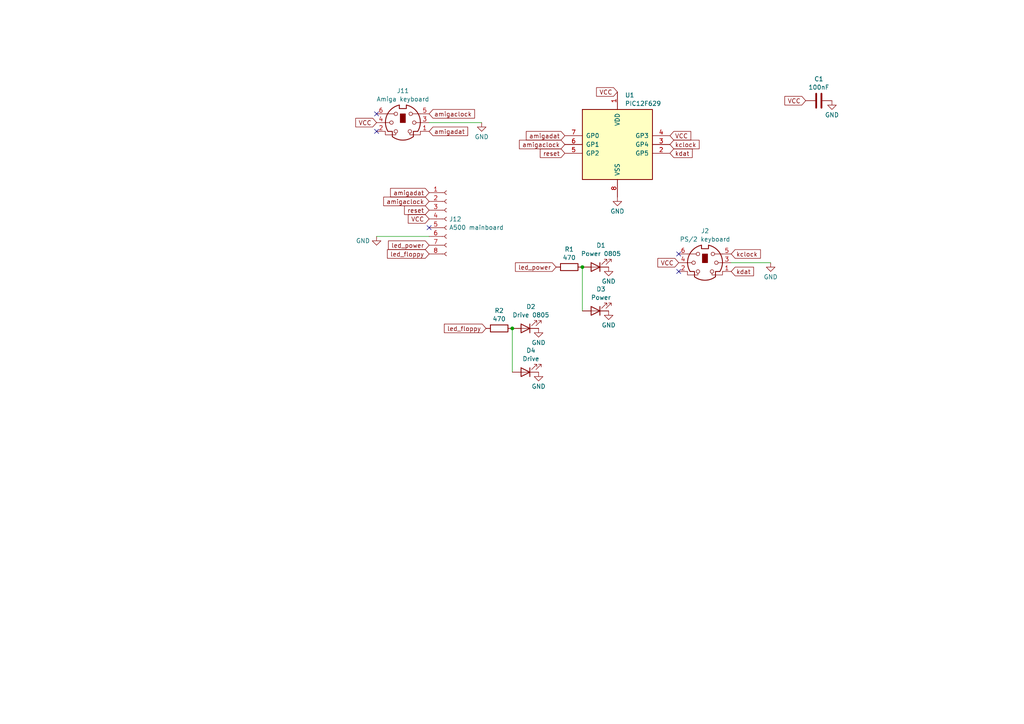
<source format=kicad_sch>
(kicad_sch (version 20230121) (generator eeschema)
  (paper "A4")
  (lib_symbols
    (symbol "Connector:Conn_01x08_Socket" (pin_names (offset 1.016) hide)
      (property "Reference" "J" (at 0 10.16 0))
      (property "Value" "Conn_01x08_Socket" (at 0 -12.7 0))
      (symbol "Conn_01x08_Socket_1_1"
        (arc (start 0 -9.652) (mid -0.5058 -10.16) (end 0 -10.668) (stroke (width 0.1524)))
        (arc (start 0 -7.112) (mid -0.5058 -7.62) (end 0 -8.128) (stroke (width 0.1524)))
        (arc (start 0 -4.572) (mid -0.5058 -5.08) (end 0 -5.588) (stroke (width 0.1524)))
        (arc (start 0 -2.032) (mid -0.5058 -2.54) (end 0 -3.048) (stroke (width 0.1524)))
        (polyline (pts (xy -1.27 -10.16) (xy -0.508 -10.16)) (stroke (width 0.1524)))
        (polyline (pts (xy -1.27 -7.62) (xy -0.508 -7.62)) (stroke (width 0.1524)))
        (polyline (pts (xy -1.27 -5.08) (xy -0.508 -5.08)) (stroke (width 0.1524)))
        (polyline (pts (xy -1.27 -2.54) (xy -0.508 -2.54)) (stroke (width 0.1524)))
        (polyline (pts (xy -1.27 0) (xy -0.508 0)) (stroke (width 0.1524)))
        (polyline (pts (xy -1.27 2.54) (xy -0.508 2.54)) (stroke (width 0.1524)))
        (polyline (pts (xy -1.27 5.08) (xy -0.508 5.08)) (stroke (width 0.1524)))
        (polyline (pts (xy -1.27 7.62) (xy -0.508 7.62)) (stroke (width 0.1524)))
        (arc (start 0 0.508) (mid -0.5058 0) (end 0 -0.508) (stroke (width 0.1524)))
        (arc (start 0 3.048) (mid -0.5058 2.54) (end 0 2.032) (stroke (width 0.1524)))
        (arc (start 0 5.588) (mid -0.5058 5.08) (end 0 4.572) (stroke (width 0.1524)))
        (arc (start 0 8.128) (mid -0.5058 7.62) (end 0 7.112) (stroke (width 0.1524)))
        (pin passive line (at -5.08 7.62 0) (length 3.81) (name "Pin_1") (number "1"))
        (pin passive line (at -5.08 5.08 0) (length 3.81) (name "Pin_2") (number "2"))
        (pin passive line (at -5.08 2.54 0) (length 3.81) (name "Pin_3") (number "3"))
        (pin passive line (at -5.08 0 0) (length 3.81) (name "Pin_4") (number "4"))
        (pin passive line (at -5.08 -2.54 0) (length 3.81) (name "Pin_5") (number "5"))
        (pin passive line (at -5.08 -5.08 0) (length 3.81) (name "Pin_6") (number "6"))
        (pin passive line (at -5.08 -7.62 0) (length 3.81) (name "Pin_7") (number "7"))
        (pin passive line (at -5.08 -10.16 0) (length 3.81) (name "Pin_8") (number "8"))
      )
    )
    (symbol "Connector:Mini-DIN-6" (pin_names (offset 1.016))
      (property "Reference" "J" (at 0 6.35 0))
      (property "Value" "Mini-DIN-6" (at 0 -6.35 0))
      (symbol "Mini-DIN-6_0_1"
        (circle (center -3.302 0) (radius 0.508))
        (arc (start -3.048 -4.064) (mid 0 -5.08) (end 3.048 -4.064) (stroke (width 0.254)))
        (circle (center -2.032 -2.54) (radius 0.508))
        (circle (center -2.032 2.54) (radius 0.508))
        (arc (start -1.016 5.08) (mid -4.6228 2.1214) (end -4.318 -2.54) (stroke (width 0.254)))
        (rectangle (start -0.762 2.54) (end 0.762 0) (fill (type outline)))
        (polyline (pts (xy -3.81 0) (xy -5.08 0)))
        (polyline (pts (xy -2.54 2.54) (xy -5.08 2.54)))
        (polyline (pts (xy 2.794 2.54) (xy 5.08 2.54)))
        (polyline (pts (xy 5.08 0) (xy 3.81 0)))
        (polyline (pts (xy -4.318 -2.54) (xy -3.048 -2.54) (xy -3.048 -4.064)) (stroke (width 0.254)))
        (polyline (pts (xy 4.318 -2.54) (xy 3.048 -2.54) (xy 3.048 -4.064)) (stroke (width 0.254)))
        (polyline (pts (xy -2.032 -3.048) (xy -2.032 -3.556) (xy -5.08 -3.556) (xy -5.08 -2.54)))
        (polyline (pts (xy -1.016 5.08) (xy -1.016 4.064) (xy 1.016 4.064) (xy 1.016 5.08)) (stroke (width 0.254)))
        (polyline (pts (xy 2.032 -3.048) (xy 2.032 -3.556) (xy 5.08 -3.556) (xy 5.08 -2.54)))
        (circle (center 2.032 -2.54) (radius 0.508))
        (circle (center 2.286 2.54) (radius 0.508))
        (circle (center 3.302 0) (radius 0.508))
        (arc (start 4.318 -2.54) (mid 4.6661 2.1322) (end 1.016 5.08) (stroke (width 0.254)))
      )
      (symbol "Mini-DIN-6_1_1"
        (pin passive line (at 7.62 -2.54 180) (length 2.54) (name "~") (number "1"))
        (pin passive line (at -7.62 -2.54 0) (length 2.54) (name "~") (number "2"))
        (pin passive line (at 7.62 0 180) (length 2.54) (name "~") (number "3"))
        (pin passive line (at -7.62 0 0) (length 2.54) (name "~") (number "4"))
        (pin passive line (at 7.62 2.54 180) (length 2.54) (name "~") (number "5"))
        (pin passive line (at -7.62 2.54 0) (length 2.54) (name "~") (number "6"))
      )
    )
    (symbol "Device:C" (pin_numbers hide) (pin_names (offset 0.254))
      (property "Reference" "C" (at 0.635 2.54 0))
      (property "Value" "C" (at 0.635 -2.54 0))
      (symbol "C_0_1"
        (polyline (pts (xy -2.032 -0.762) (xy 2.032 -0.762)) (stroke (width 0.508)))
        (polyline (pts (xy -2.032 0.762) (xy 2.032 0.762)) (stroke (width 0.508)))
      )
      (symbol "C_1_1"
        (pin passive line (at 0 3.81 270) (length 2.794) (name "~") (number "1"))
        (pin passive line (at 0 -3.81 90) (length 2.794) (name "~") (number "2"))
      )
    )
    (symbol "Device:LED" (pin_numbers hide) (pin_names (offset 1.016) hide)
      (property "Reference" "D" (at 0 2.54 0))
      (property "Value" "LED" (at 0 -2.54 0))
      (symbol "LED_0_1"
        (polyline (pts (xy -1.27 -1.27) (xy -1.27 1.27)) (stroke (width 0.254)))
        (polyline (pts (xy -1.27 0) (xy 1.27 0)))
        (polyline (pts (xy 1.27 -1.27) (xy 1.27 1.27) (xy -1.27 0) (xy 1.27 -1.27)) (stroke (width 0.254)))
        (polyline (pts (xy -3.048 -0.762) (xy -4.572 -2.286) (xy -3.81 -2.286) (xy -4.572 -2.286) (xy -4.572 -1.524)))
        (polyline (pts (xy -1.778 -0.762) (xy -3.302 -2.286) (xy -2.54 -2.286) (xy -3.302 -2.286) (xy -3.302 -1.524)))
      )
      (symbol "LED_1_1"
        (pin passive line (at -3.81 0 0) (length 2.54) (name "K") (number "1"))
        (pin passive line (at 3.81 0 180) (length 2.54) (name "A") (number "2"))
      )
    )
    (symbol "Device:R" (pin_numbers hide) (pin_names (offset 0))
      (property "Reference" "R" (at 2.032 0 90))
      (property "Value" "R" (at 0 0 90))
      (symbol "R_0_1"
        (rectangle (start -1.016 -2.54) (end 1.016 2.54) (stroke (width 0.254)))
      )
      (symbol "R_1_1"
        (pin passive line (at 0 3.81 270) (length 1.27) (name "~") (number "1"))
        (pin passive line (at 0 -3.81 90) (length 1.27) (name "~") (number "2"))
      )
    )
    (symbol "MCU_Microchip_PIC12:PIC12F629-IP" (pin_names (offset 1.016))
      (property "Reference" "U" (at 1.27 13.97 0))
      (property "Value" "PIC12F629-IP" (at 1.27 11.43 0))
      (symbol "PIC12F629-IP_0_1"
        (rectangle (start 10.16 -10.16) (end -10.16 10.16) (stroke (width 0.254)) (fill (type background)))
      )
      (symbol "PIC12F629-IP_1_1"
        (pin power_in line (at 0 15.24 270) (length 5.08) (name "VDD") (number "1"))
        (pin bidirectional line (at 15.24 -2.54 180) (length 5.08) (name "GP5") (number "2"))
        (pin bidirectional line (at 15.24 0 180) (length 5.08) (name "GP4") (number "3"))
        (pin input line (at 15.24 2.54 180) (length 5.08) (name "GP3") (number "4"))
        (pin bidirectional line (at -15.24 -2.54 0) (length 5.08) (name "GP2") (number "5"))
        (pin bidirectional line (at -15.24 0 0) (length 5.08) (name "GP1") (number "6"))
        (pin bidirectional line (at -15.24 2.54 0) (length 5.08) (name "GP0") (number "7"))
        (pin power_in line (at 0 -15.24 90) (length 5.08) (name "VSS") (number "8"))
      )
    )
    (symbol "power:GND" (power) (pin_names (offset 0))
      (property "Value" "GND" (at 0 -3.81 0))
      (symbol "GND_0_1"
        (polyline (pts (xy 0 0) (xy 0 -1.27) (xy 1.27 -1.27) (xy 0 -2.54) (xy -1.27 -1.27) (xy 0 -1.27)))
      )
      (symbol "GND_1_1"
        (pin power_in line (at 0 0 270) (length 0) hide (name "GND") (number "1"))
      )
    )
  )
  (junction (at 148.59 95.25))
  (junction (at 168.91 77.47))
  (no_connect (at 109.22 38.1))
  (no_connect (at 124.46 66.04))
  (no_connect (at 196.85 78.74))
  (no_connect (at 196.85 73.66))
  (no_connect (at 109.22 33.02))
  (wire (pts (xy 168.91 77.47) (xy 168.91 90.17)))
  (wire (pts (xy 109.22 68.58) (xy 124.46 68.58)))
  (wire (pts (xy 212.09 76.2) (xy 223.52 76.2)))
  (wire (pts (xy 124.46 35.56) (xy 139.7 35.56)))
  (wire (pts (xy 148.59 95.25) (xy 148.59 107.95)))
  (global_label "kdat" (shape input) (at 194.31 44.45 0) (property "Intersheetrefs" "${INTERSHEET_REFS}" (effects hide)))
  (global_label "VCC" (shape input) (at 124.46 63.5 180) (property "Intersheetrefs" "${INTERSHEET_REFS}" (effects hide)))
  (global_label "VCC" (shape input) (at 179.07 26.67 180) (property "Intersheetrefs" "${INTERSHEET_REFS}" (effects hide)))
  (global_label "reset" (shape input) (at 124.46 60.96 180) (property "Intersheetrefs" "${INTERSHEET_REFS}" (effects hide)))
  (global_label "amigadat" (shape input) (at 124.46 55.88 180) (property "Intersheetrefs" "${INTERSHEET_REFS}" (effects hide)))
  (global_label "kclock" (shape input) (at 212.09 73.66 0) (property "Intersheetrefs" "${INTERSHEET_REFS}" (effects hide)))
  (global_label "kdat" (shape input) (at 212.09 78.74 0) (property "Intersheetrefs" "${INTERSHEET_REFS}" (effects hide)))
  (global_label "reset" (shape input) (at 163.83 44.45 180) (property "Intersheetrefs" "${INTERSHEET_REFS}" (effects hide)))
  (global_label "led_floppy" (shape input) (at 124.46 73.66 180) (property "Intersheetrefs" "${INTERSHEET_REFS}" (effects hide)))
  (global_label "amigaclock" (shape input) (at 124.46 33.02 0) (property "Intersheetrefs" "${INTERSHEET_REFS}" (effects hide)))
  (global_label "amigaclock" (shape input) (at 124.46 58.42 180) (property "Intersheetrefs" "${INTERSHEET_REFS}" (effects hide)))
  (global_label "VCC" (shape input) (at 109.22 35.56 180) (property "Intersheetrefs" "${INTERSHEET_REFS}" (effects hide)))
  (global_label "led_power" (shape input) (at 161.29 77.47 180) (property "Intersheetrefs" "${INTERSHEET_REFS}" (effects hide)))
  (global_label "VCC" (shape input) (at 196.85 76.2 180) (property "Intersheetrefs" "${INTERSHEET_REFS}" (effects hide)))
  (global_label "VCC" (shape input) (at 194.31 39.37 0) (property "Intersheetrefs" "${INTERSHEET_REFS}" (effects hide)))
  (global_label "VCC" (shape input) (at 233.68 29.21 180) (property "Intersheetrefs" "${INTERSHEET_REFS}" (effects hide)))
  (global_label "led_floppy" (shape input) (at 140.97 95.25 180) (property "Intersheetrefs" "${INTERSHEET_REFS}" (effects hide)))
  (global_label "amigaclock" (shape input) (at 163.83 41.91 180) (property "Intersheetrefs" "${INTERSHEET_REFS}" (effects hide)))
  (global_label "amigadat" (shape input) (at 163.83 39.37 180) (property "Intersheetrefs" "${INTERSHEET_REFS}" (effects hide)))
  (global_label "kclock" (shape input) (at 194.31 41.91 0) (property "Intersheetrefs" "${INTERSHEET_REFS}" (effects hide)))
  (global_label "led_power" (shape input) (at 124.46 71.12 180) (property "Intersheetrefs" "${INTERSHEET_REFS}" (effects hide)))
  (global_label "amigadat" (shape input) (at 124.46 38.1 0) (property "Intersheetrefs" "${INTERSHEET_REFS}" (effects hide)))
  (symbol (lib_id "Connector:Mini-DIN-6") (at 116.84 35.56 0) (unit 1)
    (property "Reference" "J11" (at 116.8577 26.3357 0))
    (property "Value" "Amiga keyboard" (at 116.8577 28.7599 0))
    (property "Footprint" "own:Mini-DIN-6_PS2-Keyboard-Socket_Connfly_DS1093-01-PN60" (effects hide))
    (property "Datasheet" "http://service.powerdynamics.com/ec/Catalog17/Section%2011.pdf" (effects hide))
    (property "LCSC" "C77848" (effects hide))
  )
  (symbol (lib_id "power:GND") (at 223.52 76.2 0) (unit 1)
    (property "Reference" "#PWR01" (effects hide))
    (property "Value" "GND" (at 223.52 80.3331 0))
  )
  (symbol (lib_id "Connector:Mini-DIN-6") (at 204.47 76.2 0) (unit 1)
    (property "Reference" "J2" (at 204.4877 66.9757 0))
    (property "Value" "PS/2 keyboard" (at 204.4877 69.3999 0))
    (property "Footprint" "own:Mini-DIN-6_PS2-Keyboard-Socket_Connfly_DS1093-01-PN60" (effects hide))
    (property "Datasheet" "http://service.powerdynamics.com/ec/Catalog17/Section%2011.pdf" (effects hide))
    (property "LCSC" "C77848" (effects hide))
  )
  (symbol (lib_id "Device:R") (at 144.78 95.25 90) (unit 1)
    (property "Reference" "R2" (at 144.78 90.0897 90))
    (property "Value" "470" (at 144.78 92.5139 90))
    (property "Footprint" "Resistor_SMD:R_0805_2012Metric_Pad1.20x1.40mm_HandSolder" (effects hide))
    (property "JLCPCB" "C17710" (effects hide))
  )
  (symbol (lib_id "power:GND") (at 176.53 77.47 0) (unit 1)
    (property "Reference" "#PWR04" (effects hide))
    (property "Value" "GND" (at 176.53 81.6031 0))
  )
  (symbol (lib_id "MCU_Microchip_PIC12:PIC12F629-IP") (at 179.07 41.91 0) (unit 1)
    (property "Reference" "U1" (at 181.2641 27.6057 0) (effects (justify left)))
    (property "Value" "PIC12F629" (at 181.2641 30.0299 0) (effects (justify left)))
    (property "Footprint" "Package_DIP:DIP-8_W7.62mm" (effects hide))
    (property "Datasheet" "http://ww1.microchip.com/downloads/en/DeviceDoc/41190G.pdf" (effects hide))
    (property "LCSC" "C72124" (effects hide))
  )
  (symbol (lib_id "Device:LED") (at 172.72 90.17 180) (unit 1)
    (property "Reference" "D3" (at 174.3075 83.8667 0))
    (property "Value" "Power" (at 174.3075 86.2909 0))
    (property "Footprint" "LED_THT:LED_D3.0mm" (effects hide))
  )
  (symbol (lib_id "power:GND") (at 139.7 35.56 0) (unit 1)
    (property "Reference" "#PWR08" (effects hide))
    (property "Value" "GND" (at 139.7 39.6931 0))
  )
  (symbol (lib_id "power:GND") (at 109.22 68.58 0) (mirror y) (unit 1)
    (property "Reference" "#PWR03" (effects hide))
    (property "Value" "GND" (at 107.315 69.85 0) (effects (justify left)))
  )
  (symbol (lib_id "power:GND") (at 179.07 57.15 0) (unit 1)
    (property "Reference" "#PWR02" (effects hide))
    (property "Value" "GND" (at 179.07 61.2831 0))
  )
  (symbol (lib_id "power:GND") (at 176.53 90.17 0) (unit 1)
    (property "Reference" "#PWR07" (effects hide))
    (property "Value" "GND" (at 176.53 94.3031 0))
  )
  (symbol (lib_id "Device:LED") (at 152.4 95.25 180) (unit 1)
    (property "Reference" "D2" (at 153.9875 88.9467 0))
    (property "Value" "Drive 0805" (at 153.9875 91.3709 0))
    (property "Footprint" "LED_SMD:LED_0805_2012Metric_Pad1.15x1.40mm_HandSolder" (effects hide))
    (property "JLCPCB" "C2296" (effects hide))
  )
  (symbol (lib_id "Device:LED") (at 152.4 107.95 180) (unit 1)
    (property "Reference" "D4" (at 153.9875 101.6467 0))
    (property "Value" "Drive" (at 153.9875 104.0709 0))
    (property "Footprint" "LED_THT:LED_D3.0mm" (effects hide))
  )
  (symbol (lib_id "Device:C") (at 237.49 29.21 90) (unit 1)
    (property "Reference" "C1" (at 237.49 22.9067 90))
    (property "Value" "100nF" (at 237.49 25.3309 90))
    (property "Footprint" "Capacitor_SMD:C_0805_2012Metric_Pad1.18x1.45mm_HandSolder" (effects hide))
    (property "JLCPCB" "C49678" (effects hide))
  )
  (symbol (lib_id "Device:R") (at 165.1 77.47 90) (unit 1)
    (property "Reference" "R1" (at 165.1 72.3097 90))
    (property "Value" "470" (at 165.1 74.7339 90))
    (property "Footprint" "Resistor_SMD:R_0805_2012Metric_Pad1.20x1.40mm_HandSolder" (effects hide))
    (property "JLCPCB" "C17710" (effects hide))
  )
  (symbol (lib_id "Connector:Conn_01x08_Socket") (at 129.54 63.5 0) (unit 1)
    (property "Reference" "J12" (at 130.2512 63.5579 0) (effects (justify left)))
    (property "Value" "A500 mainboard" (at 130.2512 65.9821 0) (effects (justify left)))
    (property "Footprint" "Connector_PinSocket_2.54mm:PinSocket_1x08_P2.54mm_Vertical" (effects hide))
    (property "LCSC" "C2685213" (effects hide))
  )
  (symbol (lib_id "power:GND") (at 156.21 107.95 0) (unit 1)
    (property "Reference" "#PWR06" (effects hide))
    (property "Value" "GND" (at 156.21 112.0831 0))
  )
  (symbol (lib_id "power:GND") (at 241.3 29.21 0) (unit 1)
    (property "Reference" "#PWR09" (effects hide))
    (property "Value" "GND" (at 241.3 33.3431 0))
  )
  (symbol (lib_id "Device:LED") (at 172.72 77.47 180) (unit 1)
    (property "Reference" "D1" (at 174.3075 71.1667 0))
    (property "Value" "Power 0805" (at 174.3075 73.5909 0))
    (property "Footprint" "LED_SMD:LED_0805_2012Metric_Pad1.15x1.40mm_HandSolder" (effects hide))
    (property "JLCPCB" "C2297" (effects hide))
  )
  (symbol (lib_id "power:GND") (at 156.21 95.25 0) (unit 1)
    (property "Reference" "#PWR05" (effects hide))
    (property "Value" "GND" (at 156.21 99.3831 0))
  )
)
</source>
